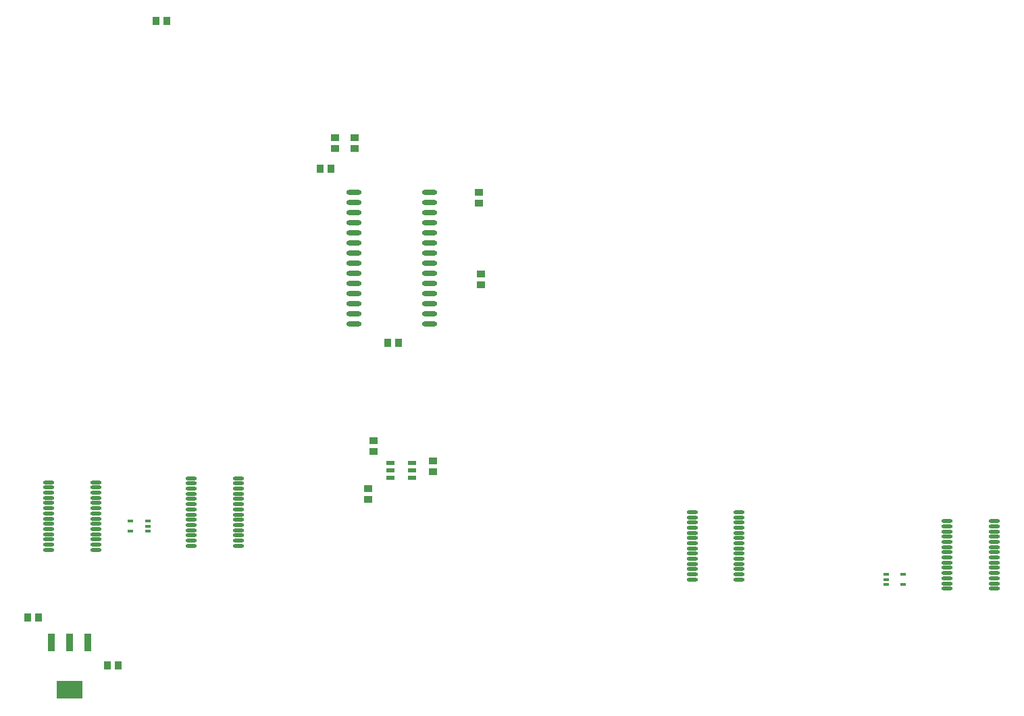
<source format=gtp>
%FSLAX44Y44*%
%MOMM*%
G71*
G01*
G75*
G04 Layer_Color=8421504*
%ADD10R,0.9000X1.0000*%
%ADD11O,1.4000X0.4500*%
%ADD12R,1.0000X0.6000*%
%ADD13R,0.8000X0.4000*%
%ADD14R,3.2500X2.2500*%
%ADD15R,0.9000X2.2500*%
%ADD16O,1.9000X0.6000*%
%ADD17R,1.0000X0.9000*%
%ADD18C,0.3000*%
%ADD19C,0.2540*%
%ADD20C,0.8000*%
%ADD21C,0.5000*%
%ADD22C,2.0000*%
%ADD23C,1.5000*%
%ADD24C,5.0000*%
%ADD25C,1.2700*%
%ADD26C,6.0000*%
%ADD27C,0.2500*%
%ADD28C,0.6000*%
%ADD29C,0.2000*%
D10*
X240500Y117500D02*
D03*
X227000D02*
D03*
X127250Y177500D02*
D03*
X140750D02*
D03*
X493630Y740410D02*
D03*
X507130D02*
D03*
X301644Y926338D02*
D03*
X288144D02*
D03*
X578466Y522478D02*
D03*
X591966D02*
D03*
D11*
X1279616Y298282D02*
D03*
Y291782D02*
D03*
Y285282D02*
D03*
Y278782D02*
D03*
Y272282D02*
D03*
Y265782D02*
D03*
Y259282D02*
D03*
Y252782D02*
D03*
Y246282D02*
D03*
Y239782D02*
D03*
Y233282D02*
D03*
Y226782D02*
D03*
Y220282D02*
D03*
Y213782D02*
D03*
X1338616Y298282D02*
D03*
Y291782D02*
D03*
Y285282D02*
D03*
Y278782D02*
D03*
Y272282D02*
D03*
Y265782D02*
D03*
Y259282D02*
D03*
Y252782D02*
D03*
Y246282D02*
D03*
Y239782D02*
D03*
Y233282D02*
D03*
Y226782D02*
D03*
Y220282D02*
D03*
Y213782D02*
D03*
X153126Y347050D02*
D03*
Y340550D02*
D03*
Y334050D02*
D03*
Y327550D02*
D03*
Y321050D02*
D03*
Y314550D02*
D03*
Y308050D02*
D03*
Y301550D02*
D03*
Y295050D02*
D03*
Y288550D02*
D03*
Y282050D02*
D03*
Y275550D02*
D03*
Y269050D02*
D03*
Y262550D02*
D03*
X212126Y347050D02*
D03*
Y340550D02*
D03*
Y334050D02*
D03*
Y327550D02*
D03*
Y321050D02*
D03*
Y314550D02*
D03*
Y308050D02*
D03*
Y301550D02*
D03*
Y295050D02*
D03*
Y288550D02*
D03*
Y282050D02*
D03*
Y275550D02*
D03*
Y269050D02*
D03*
Y262550D02*
D03*
X332196Y352130D02*
D03*
Y345630D02*
D03*
Y339130D02*
D03*
Y332630D02*
D03*
Y326130D02*
D03*
Y319630D02*
D03*
Y313130D02*
D03*
Y306630D02*
D03*
Y300130D02*
D03*
Y293630D02*
D03*
Y287130D02*
D03*
Y280630D02*
D03*
Y274130D02*
D03*
Y267630D02*
D03*
X391196Y352130D02*
D03*
Y345630D02*
D03*
Y339130D02*
D03*
Y332630D02*
D03*
Y326130D02*
D03*
Y319630D02*
D03*
Y313130D02*
D03*
Y306630D02*
D03*
Y300130D02*
D03*
Y293630D02*
D03*
Y287130D02*
D03*
Y280630D02*
D03*
Y274130D02*
D03*
Y267630D02*
D03*
X959830Y309712D02*
D03*
Y303212D02*
D03*
Y296712D02*
D03*
Y290212D02*
D03*
Y283712D02*
D03*
Y277212D02*
D03*
Y270712D02*
D03*
Y264212D02*
D03*
Y257712D02*
D03*
Y251212D02*
D03*
Y244712D02*
D03*
Y238212D02*
D03*
Y231712D02*
D03*
Y225212D02*
D03*
X1018830Y309712D02*
D03*
Y303212D02*
D03*
Y296712D02*
D03*
Y290212D02*
D03*
Y283712D02*
D03*
Y277212D02*
D03*
Y270712D02*
D03*
Y264212D02*
D03*
Y257712D02*
D03*
Y251212D02*
D03*
Y244712D02*
D03*
Y238212D02*
D03*
Y231712D02*
D03*
Y225212D02*
D03*
D12*
X581250Y371750D02*
D03*
Y362250D02*
D03*
Y352750D02*
D03*
X608750D02*
D03*
Y362250D02*
D03*
Y371750D02*
D03*
D13*
X255950Y285600D02*
D03*
Y298600D02*
D03*
X277450D02*
D03*
Y292100D02*
D03*
Y285600D02*
D03*
X1224362Y231798D02*
D03*
Y218798D02*
D03*
X1202862D02*
D03*
Y225298D02*
D03*
Y231798D02*
D03*
D14*
X179578Y86582D02*
D03*
D15*
X156578Y146082D02*
D03*
X179578D02*
D03*
X202578D02*
D03*
D16*
X535430Y710946D02*
D03*
Y698246D02*
D03*
Y685546D02*
D03*
Y672846D02*
D03*
Y660146D02*
D03*
Y647446D02*
D03*
Y634746D02*
D03*
Y622046D02*
D03*
Y609346D02*
D03*
Y596646D02*
D03*
Y583946D02*
D03*
Y571246D02*
D03*
Y558546D02*
D03*
Y545846D02*
D03*
X630430Y710946D02*
D03*
Y698246D02*
D03*
Y685546D02*
D03*
Y672846D02*
D03*
Y660146D02*
D03*
Y647446D02*
D03*
Y634746D02*
D03*
Y622046D02*
D03*
Y609346D02*
D03*
Y596646D02*
D03*
Y583946D02*
D03*
Y571246D02*
D03*
Y558546D02*
D03*
Y545846D02*
D03*
D17*
X560000Y386000D02*
D03*
Y399500D02*
D03*
X553500Y325750D02*
D03*
Y339250D02*
D03*
X692658Y710838D02*
D03*
Y697338D02*
D03*
X511810Y765664D02*
D03*
Y779164D02*
D03*
X695198Y595230D02*
D03*
Y608730D02*
D03*
X536448Y779418D02*
D03*
Y765918D02*
D03*
X634750Y360750D02*
D03*
Y374250D02*
D03*
M02*

</source>
